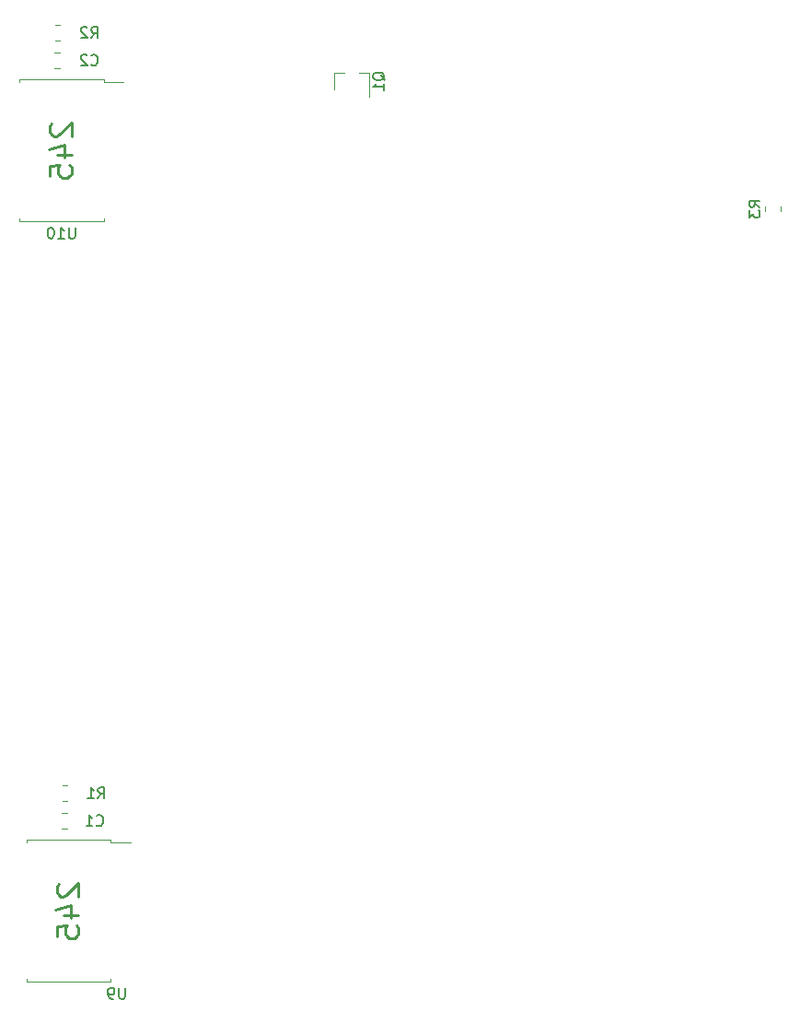
<source format=gbr>
%TF.GenerationSoftware,KiCad,Pcbnew,(5.1.8)-1*%
%TF.CreationDate,2024-06-14T00:40:21+03:00*%
%TF.ProjectId,MUX16bit,4d555831-3662-4697-942e-6b696361645f,rev?*%
%TF.SameCoordinates,Original*%
%TF.FileFunction,Legend,Bot*%
%TF.FilePolarity,Positive*%
%FSLAX46Y46*%
G04 Gerber Fmt 4.6, Leading zero omitted, Abs format (unit mm)*
G04 Created by KiCad (PCBNEW (5.1.8)-1) date 2024-06-14 00:40:21*
%MOMM*%
%LPD*%
G01*
G04 APERTURE LIST*
%ADD10C,0.250000*%
%ADD11C,0.120000*%
%ADD12C,0.150000*%
G04 APERTURE END LIST*
D10*
X43545238Y-29273809D02*
X43450000Y-29369047D01*
X43354761Y-29559523D01*
X43354761Y-30035714D01*
X43450000Y-30226190D01*
X43545238Y-30321428D01*
X43735714Y-30416666D01*
X43926190Y-30416666D01*
X44211904Y-30321428D01*
X45354761Y-29178571D01*
X45354761Y-30416666D01*
X44021428Y-32130952D02*
X45354761Y-32130952D01*
X43259523Y-31654761D02*
X44688095Y-31178571D01*
X44688095Y-32416666D01*
X43354761Y-34130952D02*
X43354761Y-33178571D01*
X44307142Y-33083333D01*
X44211904Y-33178571D01*
X44116666Y-33369047D01*
X44116666Y-33845238D01*
X44211904Y-34035714D01*
X44307142Y-34130952D01*
X44497619Y-34226190D01*
X44973809Y-34226190D01*
X45164285Y-34130952D01*
X45259523Y-34035714D01*
X45354761Y-33845238D01*
X45354761Y-33369047D01*
X45259523Y-33178571D01*
X45164285Y-33083333D01*
X44180238Y-99123809D02*
X44085000Y-99219047D01*
X43989761Y-99409523D01*
X43989761Y-99885714D01*
X44085000Y-100076190D01*
X44180238Y-100171428D01*
X44370714Y-100266666D01*
X44561190Y-100266666D01*
X44846904Y-100171428D01*
X45989761Y-99028571D01*
X45989761Y-100266666D01*
X44656428Y-101980952D02*
X45989761Y-101980952D01*
X43894523Y-101504761D02*
X45323095Y-101028571D01*
X45323095Y-102266666D01*
X43989761Y-103980952D02*
X43989761Y-103028571D01*
X44942142Y-102933333D01*
X44846904Y-103028571D01*
X44751666Y-103219047D01*
X44751666Y-103695238D01*
X44846904Y-103885714D01*
X44942142Y-103980952D01*
X45132619Y-104076190D01*
X45608809Y-104076190D01*
X45799285Y-103980952D01*
X45894523Y-103885714D01*
X45989761Y-103695238D01*
X45989761Y-103219047D01*
X45894523Y-103028571D01*
X45799285Y-102933333D01*
D11*
%TO.C,Q1*%
X69540000Y-24640000D02*
X70470000Y-24640000D01*
X72700000Y-24640000D02*
X71770000Y-24640000D01*
X72700000Y-24640000D02*
X72700000Y-26800000D01*
X69540000Y-24640000D02*
X69540000Y-26100000D01*
%TO.C,U10*%
X48310000Y-25475000D02*
X50125000Y-25475000D01*
X48310000Y-25240000D02*
X48310000Y-25475000D01*
X44450000Y-25240000D02*
X48310000Y-25240000D01*
X40590000Y-25240000D02*
X40590000Y-25475000D01*
X44450000Y-25240000D02*
X40590000Y-25240000D01*
X48310000Y-38260000D02*
X48310000Y-38025000D01*
X44450000Y-38260000D02*
X48310000Y-38260000D01*
X40590000Y-38260000D02*
X40590000Y-38025000D01*
X44450000Y-38260000D02*
X40590000Y-38260000D01*
%TO.C,U9*%
X48945000Y-95325000D02*
X50760000Y-95325000D01*
X48945000Y-95090000D02*
X48945000Y-95325000D01*
X45085000Y-95090000D02*
X48945000Y-95090000D01*
X41225000Y-95090000D02*
X41225000Y-95325000D01*
X45085000Y-95090000D02*
X41225000Y-95090000D01*
X48945000Y-108110000D02*
X48945000Y-107875000D01*
X45085000Y-108110000D02*
X48945000Y-108110000D01*
X41225000Y-108110000D02*
X41225000Y-107875000D01*
X45085000Y-108110000D02*
X41225000Y-108110000D01*
%TO.C,C2*%
X43786248Y-24230000D02*
X44308752Y-24230000D01*
X43786248Y-22760000D02*
X44308752Y-22760000D01*
%TO.C,C1*%
X44458748Y-94080000D02*
X44981252Y-94080000D01*
X44458748Y-92610000D02*
X44981252Y-92610000D01*
%TO.C,R3*%
X109120000Y-36872936D02*
X109120000Y-37327064D01*
X110590000Y-36872936D02*
X110590000Y-37327064D01*
%TO.C,R2*%
X44312064Y-20220000D02*
X43857936Y-20220000D01*
X44312064Y-21690000D02*
X43857936Y-21690000D01*
%TO.C,R1*%
X44947064Y-90070000D02*
X44492936Y-90070000D01*
X44947064Y-91540000D02*
X44492936Y-91540000D01*
%TO.C,Q1*%
D12*
X74167619Y-25304761D02*
X74120000Y-25209523D01*
X74024761Y-25114285D01*
X73881904Y-24971428D01*
X73834285Y-24876190D01*
X73834285Y-24780952D01*
X74072380Y-24828571D02*
X74024761Y-24733333D01*
X73929523Y-24638095D01*
X73739047Y-24590476D01*
X73405714Y-24590476D01*
X73215238Y-24638095D01*
X73120000Y-24733333D01*
X73072380Y-24828571D01*
X73072380Y-25019047D01*
X73120000Y-25114285D01*
X73215238Y-25209523D01*
X73405714Y-25257142D01*
X73739047Y-25257142D01*
X73929523Y-25209523D01*
X74024761Y-25114285D01*
X74072380Y-25019047D01*
X74072380Y-24828571D01*
X74072380Y-26209523D02*
X74072380Y-25638095D01*
X74072380Y-25923809D02*
X73072380Y-25923809D01*
X73215238Y-25828571D01*
X73310476Y-25733333D01*
X73358095Y-25638095D01*
%TO.C,U10*%
X45688095Y-38822380D02*
X45688095Y-39631904D01*
X45640476Y-39727142D01*
X45592857Y-39774761D01*
X45497619Y-39822380D01*
X45307142Y-39822380D01*
X45211904Y-39774761D01*
X45164285Y-39727142D01*
X45116666Y-39631904D01*
X45116666Y-38822380D01*
X44116666Y-39822380D02*
X44688095Y-39822380D01*
X44402380Y-39822380D02*
X44402380Y-38822380D01*
X44497619Y-38965238D01*
X44592857Y-39060476D01*
X44688095Y-39108095D01*
X43497619Y-38822380D02*
X43402380Y-38822380D01*
X43307142Y-38870000D01*
X43259523Y-38917619D01*
X43211904Y-39012857D01*
X43164285Y-39203333D01*
X43164285Y-39441428D01*
X43211904Y-39631904D01*
X43259523Y-39727142D01*
X43307142Y-39774761D01*
X43402380Y-39822380D01*
X43497619Y-39822380D01*
X43592857Y-39774761D01*
X43640476Y-39727142D01*
X43688095Y-39631904D01*
X43735714Y-39441428D01*
X43735714Y-39203333D01*
X43688095Y-39012857D01*
X43640476Y-38917619D01*
X43592857Y-38870000D01*
X43497619Y-38822380D01*
%TO.C,U9*%
X50291904Y-108672380D02*
X50291904Y-109481904D01*
X50244285Y-109577142D01*
X50196666Y-109624761D01*
X50101428Y-109672380D01*
X49910952Y-109672380D01*
X49815714Y-109624761D01*
X49768095Y-109577142D01*
X49720476Y-109481904D01*
X49720476Y-108672380D01*
X49196666Y-109672380D02*
X49006190Y-109672380D01*
X48910952Y-109624761D01*
X48863333Y-109577142D01*
X48768095Y-109434285D01*
X48720476Y-109243809D01*
X48720476Y-108862857D01*
X48768095Y-108767619D01*
X48815714Y-108720000D01*
X48910952Y-108672380D01*
X49101428Y-108672380D01*
X49196666Y-108720000D01*
X49244285Y-108767619D01*
X49291904Y-108862857D01*
X49291904Y-109100952D01*
X49244285Y-109196190D01*
X49196666Y-109243809D01*
X49101428Y-109291428D01*
X48910952Y-109291428D01*
X48815714Y-109243809D01*
X48768095Y-109196190D01*
X48720476Y-109100952D01*
%TO.C,C2*%
X47156666Y-23852142D02*
X47204285Y-23899761D01*
X47347142Y-23947380D01*
X47442380Y-23947380D01*
X47585238Y-23899761D01*
X47680476Y-23804523D01*
X47728095Y-23709285D01*
X47775714Y-23518809D01*
X47775714Y-23375952D01*
X47728095Y-23185476D01*
X47680476Y-23090238D01*
X47585238Y-22995000D01*
X47442380Y-22947380D01*
X47347142Y-22947380D01*
X47204285Y-22995000D01*
X47156666Y-23042619D01*
X46775714Y-23042619D02*
X46728095Y-22995000D01*
X46632857Y-22947380D01*
X46394761Y-22947380D01*
X46299523Y-22995000D01*
X46251904Y-23042619D01*
X46204285Y-23137857D01*
X46204285Y-23233095D01*
X46251904Y-23375952D01*
X46823333Y-23947380D01*
X46204285Y-23947380D01*
%TO.C,C1*%
X47659166Y-93702142D02*
X47706785Y-93749761D01*
X47849642Y-93797380D01*
X47944880Y-93797380D01*
X48087738Y-93749761D01*
X48182976Y-93654523D01*
X48230595Y-93559285D01*
X48278214Y-93368809D01*
X48278214Y-93225952D01*
X48230595Y-93035476D01*
X48182976Y-92940238D01*
X48087738Y-92845000D01*
X47944880Y-92797380D01*
X47849642Y-92797380D01*
X47706785Y-92845000D01*
X47659166Y-92892619D01*
X46706785Y-93797380D02*
X47278214Y-93797380D01*
X46992500Y-93797380D02*
X46992500Y-92797380D01*
X47087738Y-92940238D01*
X47182976Y-93035476D01*
X47278214Y-93083095D01*
%TO.C,R3*%
X108657380Y-36933333D02*
X108181190Y-36600000D01*
X108657380Y-36361904D02*
X107657380Y-36361904D01*
X107657380Y-36742857D01*
X107705000Y-36838095D01*
X107752619Y-36885714D01*
X107847857Y-36933333D01*
X107990714Y-36933333D01*
X108085952Y-36885714D01*
X108133571Y-36838095D01*
X108181190Y-36742857D01*
X108181190Y-36361904D01*
X107657380Y-37266666D02*
X107657380Y-37885714D01*
X108038333Y-37552380D01*
X108038333Y-37695238D01*
X108085952Y-37790476D01*
X108133571Y-37838095D01*
X108228809Y-37885714D01*
X108466904Y-37885714D01*
X108562142Y-37838095D01*
X108609761Y-37790476D01*
X108657380Y-37695238D01*
X108657380Y-37409523D01*
X108609761Y-37314285D01*
X108562142Y-37266666D01*
%TO.C,R2*%
X47156666Y-21407380D02*
X47490000Y-20931190D01*
X47728095Y-21407380D02*
X47728095Y-20407380D01*
X47347142Y-20407380D01*
X47251904Y-20455000D01*
X47204285Y-20502619D01*
X47156666Y-20597857D01*
X47156666Y-20740714D01*
X47204285Y-20835952D01*
X47251904Y-20883571D01*
X47347142Y-20931190D01*
X47728095Y-20931190D01*
X46775714Y-20502619D02*
X46728095Y-20455000D01*
X46632857Y-20407380D01*
X46394761Y-20407380D01*
X46299523Y-20455000D01*
X46251904Y-20502619D01*
X46204285Y-20597857D01*
X46204285Y-20693095D01*
X46251904Y-20835952D01*
X46823333Y-21407380D01*
X46204285Y-21407380D01*
%TO.C,R1*%
X47791666Y-91257380D02*
X48125000Y-90781190D01*
X48363095Y-91257380D02*
X48363095Y-90257380D01*
X47982142Y-90257380D01*
X47886904Y-90305000D01*
X47839285Y-90352619D01*
X47791666Y-90447857D01*
X47791666Y-90590714D01*
X47839285Y-90685952D01*
X47886904Y-90733571D01*
X47982142Y-90781190D01*
X48363095Y-90781190D01*
X46839285Y-91257380D02*
X47410714Y-91257380D01*
X47125000Y-91257380D02*
X47125000Y-90257380D01*
X47220238Y-90400238D01*
X47315476Y-90495476D01*
X47410714Y-90543095D01*
%TD*%
M02*

</source>
